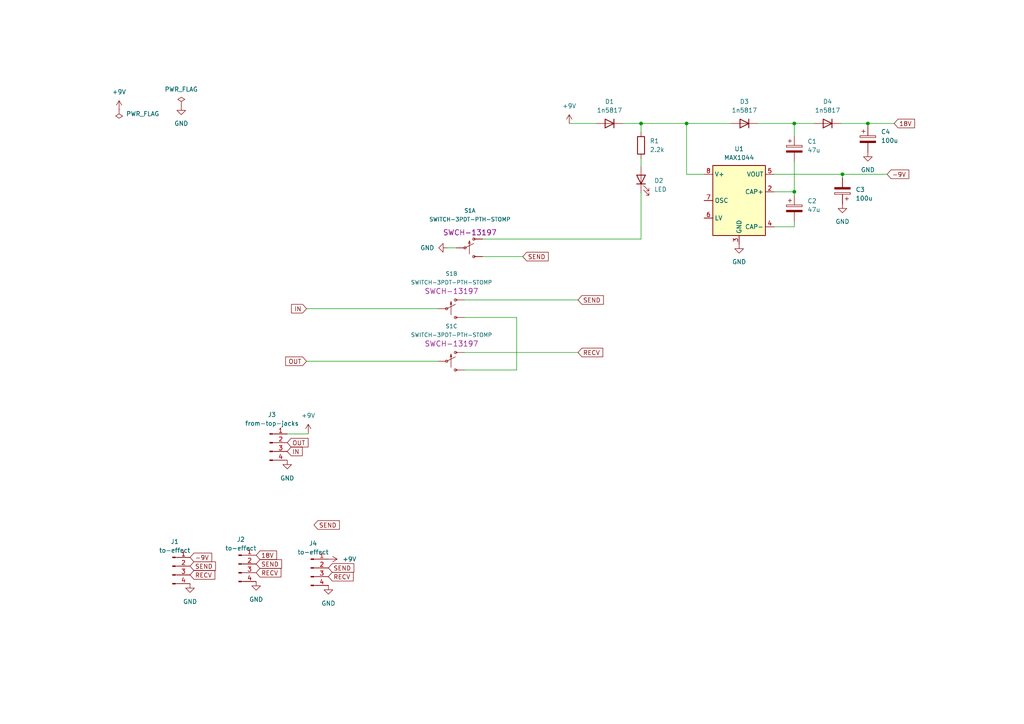
<source format=kicad_sch>
(kicad_sch (version 20230121) (generator eeschema)
  (paper "A4")
  (lib_symbols
    (symbol "Connector:Conn_01x04_Pin" (pin_names (offset 1.016) hide)
      (property "Reference" "J" (at 0 5.08 0))
      (property "Value" "Conn_01x04_Pin" (at 0 -7.62 0))
      (symbol "Conn_01x04_Pin_1_1"
        (polyline (pts (xy 1.27 -5.08) (xy 0.8636 -5.08)) (stroke (width 0.1524)))
        (polyline (pts (xy 1.27 -2.54) (xy 0.8636 -2.54)) (stroke (width 0.1524)))
        (polyline (pts (xy 1.27 0) (xy 0.8636 0)) (stroke (width 0.1524)))
        (polyline (pts (xy 1.27 2.54) (xy 0.8636 2.54)) (stroke (width 0.1524)))
        (rectangle (start 0.8636 -4.953) (end 0 -5.207) (stroke (width 0.1524)) (fill (type outline)))
        (rectangle (start 0.8636 -2.413) (end 0 -2.667) (stroke (width 0.1524)) (fill (type outline)))
        (rectangle (start 0.8636 0.127) (end 0 -0.127) (stroke (width 0.1524)) (fill (type outline)))
        (rectangle (start 0.8636 2.667) (end 0 2.413) (stroke (width 0.1524)) (fill (type outline)))
        (pin passive line (at 5.08 2.54 180) (length 3.81) (name "Pin_1") (number "1"))
        (pin passive line (at 5.08 0 180) (length 3.81) (name "Pin_2") (number "2"))
        (pin passive line (at 5.08 -2.54 180) (length 3.81) (name "Pin_3") (number "3"))
        (pin passive line (at 5.08 -5.08 180) (length 3.81) (name "Pin_4") (number "4"))
      )
    )
    (symbol "Device:C_Polarized" (pin_numbers hide) (pin_names (offset 0.254))
      (property "Reference" "C" (at 0.635 2.54 0))
      (property "Value" "C_Polarized" (at 0.635 -2.54 0))
      (symbol "C_Polarized_0_1"
        (rectangle (start -2.286 0.508) (end 2.286 1.016))
        (polyline (pts (xy -1.778 2.286) (xy -0.762 2.286)))
        (polyline (pts (xy -1.27 2.794) (xy -1.27 1.778)))
        (rectangle (start 2.286 -0.508) (end -2.286 -1.016) (fill (type outline)))
      )
      (symbol "C_Polarized_1_1"
        (pin passive line (at 0 3.81 270) (length 2.794) (name "~") (number "1"))
        (pin passive line (at 0 -3.81 90) (length 2.794) (name "~") (number "2"))
      )
    )
    (symbol "Device:D" (pin_numbers hide) (pin_names (offset 1.016) hide)
      (property "Reference" "D" (at 0 2.54 0))
      (property "Value" "D" (at 0 -2.54 0))
      (symbol "D_0_1"
        (polyline (pts (xy -1.27 1.27) (xy -1.27 -1.27)) (stroke (width 0.254)))
        (polyline (pts (xy 1.27 0) (xy -1.27 0)))
        (polyline (pts (xy 1.27 1.27) (xy 1.27 -1.27) (xy -1.27 0) (xy 1.27 1.27)) (stroke (width 0.254)))
      )
      (symbol "D_1_1"
        (pin passive line (at -3.81 0 0) (length 2.54) (name "K") (number "1"))
        (pin passive line (at 3.81 0 180) (length 2.54) (name "A") (number "2"))
      )
    )
    (symbol "Device:LED" (pin_numbers hide) (pin_names (offset 1.016) hide)
      (property "Reference" "D" (at 0 2.54 0))
      (property "Value" "LED" (at 0 -2.54 0))
      (symbol "LED_0_1"
        (polyline (pts (xy -1.27 -1.27) (xy -1.27 1.27)) (stroke (width 0.254)))
        (polyline (pts (xy -1.27 0) (xy 1.27 0)))
        (polyline (pts (xy 1.27 -1.27) (xy 1.27 1.27) (xy -1.27 0) (xy 1.27 -1.27)) (stroke (width 0.254)))
        (polyline (pts (xy -3.048 -0.762) (xy -4.572 -2.286) (xy -3.81 -2.286) (xy -4.572 -2.286) (xy -4.572 -1.524)))
        (polyline (pts (xy -1.778 -0.762) (xy -3.302 -2.286) (xy -2.54 -2.286) (xy -3.302 -2.286) (xy -3.302 -1.524)))
      )
      (symbol "LED_1_1"
        (pin passive line (at -3.81 0 0) (length 2.54) (name "K") (number "1"))
        (pin passive line (at 3.81 0 180) (length 2.54) (name "A") (number "2"))
      )
    )
    (symbol "Device:R" (pin_numbers hide) (pin_names (offset 0))
      (property "Reference" "R" (at 2.032 0 90))
      (property "Value" "R" (at 0 0 90))
      (symbol "R_0_1"
        (rectangle (start -1.016 -2.54) (end 1.016 2.54) (stroke (width 0.254)))
      )
      (symbol "R_1_1"
        (pin passive line (at 0 3.81 270) (length 1.27) (name "~") (number "1"))
        (pin passive line (at 0 -3.81 90) (length 1.27) (name "~") (number "2"))
      )
    )
    (symbol "Regulator_SwitchedCapacitor:MAX1044"
      (property "Reference" "U" (at -6.35 11.43 0))
      (property "Value" "MAX1044" (at 3.81 11.43 0))
      (symbol "MAX1044_0_1"
        (rectangle (start -7.62 10.16) (end 7.62 -10.16) (stroke (width 0.254)) (fill (type background)))
      )
      (symbol "MAX1044_1_1"
        (pin no_connect line (at -7.62 5.08 0) (length 2.54) hide (name "NC") (number "1"))
        (pin input line (at 10.16 2.54 180) (length 2.54) (name "CAP+") (number "2"))
        (pin power_in line (at 0 -12.7 90) (length 2.54) (name "GND") (number "3"))
        (pin input line (at 10.16 -7.62 180) (length 2.54) (name "CAP-") (number "4"))
        (pin power_out line (at 10.16 7.62 180) (length 2.54) (name "VOUT") (number "5"))
        (pin input line (at -10.16 -5.08 0) (length 2.54) (name "LV") (number "6"))
        (pin input line (at -10.16 0 0) (length 2.54) (name "OSC") (number "7"))
        (pin power_in line (at -10.16 7.62 0) (length 2.54) (name "V+") (number "8"))
      )
    )
    (symbol "power:+9V" (power) (pin_names (offset 0))
      (property "Value" "+9V" (at 0 3.556 0))
      (symbol "+9V_0_1"
        (polyline (pts (xy -0.762 1.27) (xy 0 2.54)))
        (polyline (pts (xy 0 0) (xy 0 2.54)))
        (polyline (pts (xy 0 2.54) (xy 0.762 1.27)))
      )
      (symbol "+9V_1_1"
        (pin power_in line (at 0 0 90) (length 0) hide (name "+9V") (number "1"))
      )
    )
    (symbol "power:GND" (power) (pin_names (offset 0))
      (property "Value" "GND" (at 0 -3.81 0))
      (symbol "GND_0_1"
        (polyline (pts (xy 0 0) (xy 0 -1.27) (xy 1.27 -1.27) (xy 0 -2.54) (xy -1.27 -1.27) (xy 0 -1.27)))
      )
      (symbol "GND_1_1"
        (pin power_in line (at 0 0 270) (length 0) hide (name "GND") (number "1"))
      )
    )
    (symbol "power:PWR_FLAG" (power) (pin_numbers hide) (pin_names (offset 0) hide)
      (property "Value" "PWR_FLAG" (at 0 3.81 0))
      (symbol "PWR_FLAG_0_0"
        (pin power_out line (at 0 0 90) (length 0) (name "pwr") (number "1"))
      )
      (symbol "PWR_FLAG_0_1"
        (polyline (pts (xy 0 0) (xy 0 1.27) (xy -1.016 1.905) (xy 0 2.54) (xy 1.016 1.905) (xy 0 1.27)))
      )
    )
    (symbol "sparkfun-switch:SWITCH-3PDT-PTH-STOMP" (pin_numbers hide) (pin_names (offset 1.016) hide)
      (property "Reference" "S" (at -5.08 3.81 0))
      (property "Value" "SWITCH-3PDT-PTH-STOMP" (at -5.08 -5.08 0))
      (property "Field4" "SWCH-13197" (at 0 7.62 0))
      (symbol "SWITCH-3PDT-PTH-STOMP_1_0"
        (polyline (pts (xy -2.54 0) (xy 0 1.27)))
        (polyline (pts (xy -1.27 -1.778) (xy -1.27 2.032)))
        (polyline (pts (xy 0 -2.54) (xy 0.635 -2.54)))
        (polyline (pts (xy 0 2.54) (xy 0.635 2.54)))
      )
      (symbol "SWITCH-3PDT-PTH-STOMP_1_1"
        (circle (center -2.54 0) (radius 0.3556))
        (circle (center 0 -2.54) (radius 0.3556))
        (polyline (pts (xy -1.27 2.032) (xy -1.524 1.27) (xy -1.016 1.27) (xy -1.27 2.032)) (fill (type background)))
        (circle (center 0 2.54) (radius 0.3556))
        (pin passive line (at 2.54 2.54 180) (length 2.54) (name "O") (number "P$1"))
        (pin passive line (at -5.08 0 0) (length 2.54) (name "P") (number "P$2"))
        (pin passive line (at 2.54 -2.54 180) (length 2.54) (name "S") (number "P$3"))
      )
      (symbol "SWITCH-3PDT-PTH-STOMP_2_0"
        (polyline (pts (xy -2.54 0) (xy 0 1.27)))
        (polyline (pts (xy -1.27 -1.778) (xy -1.27 2.032)))
        (polyline (pts (xy 0 -2.54) (xy 0.635 -2.54)))
        (polyline (pts (xy 0 2.54) (xy 0.635 2.54)))
      )
      (symbol "SWITCH-3PDT-PTH-STOMP_2_1"
        (circle (center -2.54 0) (radius 0.3556))
        (circle (center 0 -2.54) (radius 0.3556))
        (polyline (pts (xy -1.27 2.032) (xy -1.524 1.27) (xy -1.016 1.27) (xy -1.27 2.032)) (fill (type background)))
        (circle (center 0 2.54) (radius 0.3556))
        (pin passive line (at 2.54 2.54 180) (length 2.54) (name "O") (number "P$4"))
        (pin passive line (at -5.08 0 0) (length 2.54) (name "P") (number "P$5"))
        (pin passive line (at 2.54 -2.54 180) (length 2.54) (name "S") (number "P$6"))
      )
      (symbol "SWITCH-3PDT-PTH-STOMP_3_0"
        (polyline (pts (xy -2.54 0) (xy 0 1.27)))
        (polyline (pts (xy -1.27 -1.778) (xy -1.27 2.032)))
        (polyline (pts (xy 0 -2.54) (xy 0.635 -2.54)))
        (polyline (pts (xy 0 2.54) (xy 0.635 2.54)))
      )
      (symbol "SWITCH-3PDT-PTH-STOMP_3_1"
        (circle (center -2.54 0) (radius 0.3556))
        (circle (center 0 -2.54) (radius 0.3556))
        (polyline (pts (xy -1.27 2.032) (xy -1.524 1.27) (xy -1.016 1.27) (xy -1.27 2.032)) (fill (type background)))
        (circle (center 0 2.54) (radius 0.3556))
        (pin passive line (at 2.54 2.54 180) (length 2.54) (name "O") (number "P$7"))
        (pin passive line (at -5.08 0 0) (length 2.54) (name "P") (number "P$8"))
        (pin passive line (at 2.54 -2.54 180) (length 2.54) (name "S") (number "P$9"))
      )
    )
  )
  (junction (at 251.714 35.814))
  (junction (at 244.348 50.546))
  (junction (at 185.928 35.814))
  (junction (at 199.136 35.814))
  (junction (at 230.378 55.626))
  (junction (at 230.378 35.814))
  (wire (pts (xy 230.378 35.814) (xy 219.71 35.814)))
  (wire (pts (xy 180.594 35.814) (xy 185.928 35.814)))
  (wire (pts (xy 185.928 69.342) (xy 185.928 55.88)))
  (wire (pts (xy 129.794 71.882) (xy 132.334 71.882)))
  (wire (pts (xy 230.378 56.642) (xy 230.378 55.626)))
  (wire (pts (xy 83.312 125.857) (xy 89.408 125.857)))
  (wire (pts (xy 230.378 35.814) (xy 236.22 35.814)))
  (wire (pts (xy 139.954 69.342) (xy 185.928 69.342)))
  (wire (pts (xy 251.714 36.576) (xy 251.714 35.814)))
  (wire (pts (xy 134.62 102.235) (xy 167.64 102.235)))
  (wire (pts (xy 185.928 45.974) (xy 185.928 48.26)))
  (wire (pts (xy 199.136 35.814) (xy 199.136 50.546)))
  (wire (pts (xy 199.136 35.814) (xy 212.09 35.814)))
  (wire (pts (xy 149.86 92.075) (xy 149.86 107.315)))
  (wire (pts (xy 139.954 74.422) (xy 151.638 74.422)))
  (wire (pts (xy 185.928 35.814) (xy 185.928 38.354)))
  (wire (pts (xy 251.714 35.814) (xy 243.84 35.814)))
  (wire (pts (xy 88.9 104.775) (xy 127 104.775)))
  (wire (pts (xy 88.9 89.535) (xy 127 89.535)))
  (wire (pts (xy 230.378 46.99) (xy 230.378 55.626)))
  (wire (pts (xy 134.62 92.075) (xy 149.86 92.075)))
  (wire (pts (xy 165.1 35.814) (xy 172.974 35.814)))
  (wire (pts (xy 149.86 107.315) (xy 134.62 107.315)))
  (wire (pts (xy 224.536 65.786) (xy 230.378 65.786)))
  (wire (pts (xy 251.714 35.814) (xy 259.334 35.814)))
  (wire (pts (xy 244.348 50.546) (xy 244.348 51.562)))
  (wire (pts (xy 185.928 35.814) (xy 199.136 35.814)))
  (wire (pts (xy 199.136 50.546) (xy 204.216 50.546)))
  (wire (pts (xy 230.378 55.626) (xy 224.536 55.626)))
  (wire (pts (xy 134.62 86.995) (xy 167.64 86.995)))
  (wire (pts (xy 230.378 64.262) (xy 230.378 65.786)))
  (wire (pts (xy 244.348 50.546) (xy 257.302 50.546)))
  (wire (pts (xy 89.408 125.857) (xy 89.408 125.603)))
  (wire (pts (xy 224.536 50.546) (xy 244.348 50.546)))
  (wire (pts (xy 230.378 39.37) (xy 230.378 35.814)))
  (global_label "18V" (shape input) (at 259.334 35.814 0) (property "Intersheetrefs" "${INTERSHEET_REFS}" (effects hide)))
  (global_label "SEND" (shape input) (at 55.118 164.211 0) (property "Intersheetrefs" "${INTERSHEET_REFS}" (effects hide)))
  (global_label "SEND" (shape input) (at 167.64 86.995 0) (property "Intersheetrefs" "${INTERSHEET_REFS}" (effects hide)))
  (global_label "RECV" (shape input) (at 74.295 166.116 0) (property "Intersheetrefs" "${INTERSHEET_REFS}" (effects hide)))
  (global_label "SEND" (shape input) (at 151.638 74.422 0) (property "Intersheetrefs" "${INTERSHEET_REFS}" (effects hide)))
  (global_label "18V" (shape input) (at 74.295 161.036 0) (property "Intersheetrefs" "${INTERSHEET_REFS}" (effects hide)))
  (global_label "IN" (shape input) (at 83.312 130.937 0) (property "Intersheetrefs" "${INTERSHEET_REFS}" (effects hide)))
  (global_label "SEND" (shape input) (at 95.25 164.719 0) (property "Intersheetrefs" "${INTERSHEET_REFS}" (effects hide)))
  (global_label "-9V" (shape input) (at 257.302 50.546 0) (property "Intersheetrefs" "${INTERSHEET_REFS}" (effects hide)))
  (global_label "SEND" (shape input) (at 91.059 152.273 0) (property "Intersheetrefs" "${INTERSHEET_REFS}" (effects hide)))
  (global_label "RECV" (shape input) (at 95.25 167.259 0) (property "Intersheetrefs" "${INTERSHEET_REFS}" (effects hide)))
  (global_label "OUT" (shape input) (at 88.9 104.775 180) (property "Intersheetrefs" "${INTERSHEET_REFS}" (effects hide)))
  (global_label "-9V" (shape input) (at 55.118 161.671 0) (property "Intersheetrefs" "${INTERSHEET_REFS}" (effects hide)))
  (global_label "RECV" (shape input) (at 167.64 102.235 0) (property "Intersheetrefs" "${INTERSHEET_REFS}" (effects hide)))
  (global_label "RECV" (shape input) (at 55.118 166.751 0) (property "Intersheetrefs" "${INTERSHEET_REFS}" (effects hide)))
  (global_label "OUT" (shape input) (at 83.312 128.397 0) (property "Intersheetrefs" "${INTERSHEET_REFS}" (effects hide)))
  (global_label "IN" (shape input) (at 88.9 89.535 180) (property "Intersheetrefs" "${INTERSHEET_REFS}" (effects hide)))
  (global_label "SEND" (shape input) (at 74.295 163.576 0) (property "Intersheetrefs" "${INTERSHEET_REFS}" (effects hide)))
  (symbol (lib_id "power:PWR_FLAG") (at 52.578 30.734 0) (unit 1)
    (property "Reference" "#FLG0102" (effects hide))
    (property "Value" "PWR_FLAG" (at 52.578 25.908 0))
  )
  (symbol (lib_id "power:GND") (at 55.118 169.291 0) (unit 1)
    (property "Reference" "#PWR05" (effects hide))
    (property "Value" "GND" (at 55.118 174.498 0))
  )
  (symbol (lib_id "Connector:Conn_01x04_Pin") (at 69.215 163.576 0) (unit 1)
    (property "Reference" "J2" (at 69.85 156.464 0))
    (property "Value" "to-effect" (at 69.85 159.004 0))
    (property "Footprint" "Connector_PinHeader_2.54mm:PinHeader_1x04_P2.54mm_Vertical" (effects hide))
  )
  (symbol (lib_id "Device:R") (at 185.928 42.164 0) (unit 1)
    (property "Reference" "R1" (at 188.468 40.8939 0) (effects (justify left)))
    (property "Value" "2.2k" (at 188.468 43.4339 0) (effects (justify left)))
    (property "Footprint" "Resistor_THT:R_Axial_DIN0207_L6.3mm_D2.5mm_P10.16mm_Horizontal" (effects hide))
  )
  (symbol (lib_id "power:GND") (at 251.714 44.196 0) (unit 1)
    (property "Reference" "#PWR0102" (effects hide))
    (property "Value" "GND" (at 251.714 49.276 0))
  )
  (symbol (lib_id "Device:D") (at 240.03 35.814 180) (unit 1)
    (property "Reference" "D4" (at 240.03 29.464 0))
    (property "Value" "1n5817" (at 240.03 32.004 0))
    (property "Footprint" "Diode_THT:D_5W_P10.16mm_Horizontal" (effects hide))
  )
  (symbol (lib_id "Device:LED") (at 185.928 52.07 90) (unit 1)
    (property "Reference" "D2" (at 189.738 52.3874 90) (effects (justify right)))
    (property "Value" "LED" (at 189.738 54.9274 90) (effects (justify right)))
    (property "Footprint" "LED_THT:LED_D3.0mm" (effects hide))
  )
  (symbol (lib_id "Regulator_SwitchedCapacitor:MAX1044") (at 214.376 58.166 0) (unit 1)
    (property "Reference" "U1" (at 214.376 43.18 0))
    (property "Value" "MAX1044" (at 214.376 45.72 0))
    (property "Footprint" "Package_DIP:DIP-8_W7.62mm_LongPads" (effects hide))
  )
  (symbol (lib_id "power:GND") (at 95.25 169.799 0) (unit 1)
    (property "Reference" "#PWR07" (effects hide))
    (property "Value" "GND" (at 95.25 175.006 0))
  )
  (symbol (lib_id "power:GND") (at 83.312 133.477 0) (unit 1)
    (property "Reference" "#PWR03" (effects hide))
    (property "Value" "GND" (at 83.312 138.684 0))
  )
  (symbol (lib_id "power:+9V") (at 34.544 31.75 0) (unit 1)
    (property "Reference" "#PWR0105" (effects hide))
    (property "Value" "+9V" (at 34.544 26.67 0))
  )
  (symbol (lib_id "Connector:Conn_01x04_Pin") (at 90.17 164.719 0) (unit 1)
    (property "Reference" "J4" (at 90.805 157.607 0))
    (property "Value" "to-effect" (at 90.805 160.147 0))
    (property "Footprint" "Connector_PinHeader_2.54mm:PinHeader_1x04_P2.54mm_Vertical" (effects hide))
  )
  (symbol (lib_id "Device:C_Polarized") (at 251.714 40.386 0) (unit 1)
    (property "Reference" "C4" (at 255.524 38.2269 0) (effects (justify left)))
    (property "Value" "100u" (at 255.524 40.7669 0) (effects (justify left)))
    (property "Footprint" "Capacitor_THT:CP_Radial_D6.3mm_P2.50mm" (effects hide))
  )
  (symbol (lib_id "Device:C_Polarized") (at 230.378 43.18 0) (unit 1)
    (property "Reference" "C1" (at 234.188 41.0209 0) (effects (justify left)))
    (property "Value" "47u" (at 234.188 43.5609 0) (effects (justify left)))
    (property "Footprint" "Capacitor_THT:CP_Radial_D5.0mm_P2.00mm" (effects hide))
  )
  (symbol (lib_id "power:GND") (at 214.376 70.866 0) (unit 1)
    (property "Reference" "#PWR0103" (effects hide))
    (property "Value" "GND" (at 214.376 75.946 0))
  )
  (symbol (lib_id "sparkfun-switch:SWITCH-3PDT-PTH-STOMP") (at 137.414 71.882 0) (unit 1)
    (property "Reference" "S1" (at 136.2837 61.087 0) (effects (font (size 1.143 1.143))))
    (property "Value" "SWITCH-3PDT-PTH-STOMP" (at 136.2837 63.627 0) (effects (font (size 1.143 1.143))))
    (property "Footprint" "Switches:STOMP_SWITCH_3PDT" (effects hide))
    (property "Field4" "SWCH-13197" (at 136.2837 67.437 0) (effects (font (size 1.524 1.524))))
  )
  (symbol (lib_id "power:GND") (at 74.295 168.656 0) (unit 1)
    (property "Reference" "#PWR06" (effects hide))
    (property "Value" "GND" (at 74.295 173.863 0))
  )
  (symbol (lib_id "power:GND") (at 52.578 30.734 0) (unit 1)
    (property "Reference" "#PWR0104" (effects hide))
    (property "Value" "GND" (at 52.578 35.814 0))
  )
  (symbol (lib_id "Device:D") (at 176.784 35.814 180) (unit 1)
    (property "Reference" "D1" (at 176.784 29.464 0))
    (property "Value" "1n5817" (at 176.784 32.004 0))
    (property "Footprint" "Diode_THT:D_5W_P10.16mm_Horizontal" (effects hide))
  )
  (symbol (lib_id "Device:C_Polarized") (at 230.378 60.452 0) (unit 1)
    (property "Reference" "C2" (at 234.188 58.2929 0) (effects (justify left)))
    (property "Value" "47u" (at 234.188 60.8329 0) (effects (justify left)))
    (property "Footprint" "Capacitor_THT:CP_Radial_D5.0mm_P2.00mm" (effects hide))
  )
  (symbol (lib_id "Device:C_Polarized") (at 244.348 55.372 180) (unit 1)
    (property "Reference" "C3" (at 248.158 54.9909 0) (effects (justify right)))
    (property "Value" "100u" (at 248.158 57.5309 0) (effects (justify right)))
    (property "Footprint" "Capacitor_THT:CP_Radial_D6.3mm_P2.50mm" (effects hide))
  )
  (symbol (lib_id "Connector:Conn_01x04_Pin") (at 50.038 164.211 0) (unit 1)
    (property "Reference" "J1" (at 50.673 157.099 0))
    (property "Value" "to-effect" (at 50.673 159.639 0))
    (property "Footprint" "Connector_PinHeader_2.54mm:PinHeader_1x04_P2.54mm_Vertical" (effects hide))
  )
  (symbol (lib_id "sparkfun-switch:SWITCH-3PDT-PTH-STOMP") (at 132.08 89.535 0) (unit 2)
    (property "Reference" "S1" (at 130.9497 79.375 0) (effects (font (size 1.143 1.143))))
    (property "Value" "SWITCH-3PDT-PTH-STOMP" (at 130.9497 81.915 0) (effects (font (size 1.143 1.143))))
    (property "Footprint" "Switches:STOMP_SWITCH_3PDT" (effects hide))
    (property "Field4" "SWCH-13197" (at 130.9497 84.455 0) (effects (font (size 1.524 1.524))))
  )
  (symbol (lib_id "Device:D") (at 215.9 35.814 180) (unit 1)
    (property "Reference" "D3" (at 215.9 29.464 0))
    (property "Value" "1n5817" (at 215.9 32.004 0))
    (property "Footprint" "Diode_THT:D_5W_P10.16mm_Horizontal" (effects hide))
  )
  (symbol (lib_id "Connector:Conn_01x04_Pin") (at 78.232 128.397 0) (unit 1)
    (property "Reference" "J3" (at 78.867 120.269 0))
    (property "Value" "from-top-jacks" (at 78.867 122.809 0))
    (property "Footprint" "Connector_PinHeader_2.54mm:PinHeader_1x04_P2.54mm_Vertical" (effects hide))
  )
  (symbol (lib_id "power:GND") (at 129.794 71.882 270) (unit 1)
    (property "Reference" "#PWR02" (effects hide))
    (property "Value" "GND" (at 125.984 71.8819 90) (effects (justify right)))
  )
  (symbol (lib_id "sparkfun-switch:SWITCH-3PDT-PTH-STOMP") (at 132.08 104.775 0) (unit 3)
    (property "Reference" "S1" (at 130.9497 94.615 0) (effects (font (size 1.143 1.143))))
    (property "Value" "SWITCH-3PDT-PTH-STOMP" (at 130.9497 97.155 0) (effects (font (size 1.143 1.143))))
    (property "Footprint" "Switches:STOMP_SWITCH_3PDT" (effects hide))
    (property "Field4" "SWCH-13197" (at 130.9497 99.695 0) (effects (font (size 1.524 1.524))))
  )
  (symbol (lib_id "power:+9V") (at 165.1 35.814 0) (unit 1)
    (property "Reference" "#PWR01" (effects hide))
    (property "Value" "+9V" (at 165.1 30.734 0))
  )
  (symbol (lib_id "power:+9V") (at 95.25 162.179 270) (unit 1)
    (property "Reference" "#PWR09" (effects hide))
    (property "Value" "+9V" (at 99.314 162.179 90) (effects (justify left)))
  )
  (symbol (lib_id "power:GND") (at 244.348 59.182 0) (unit 1)
    (property "Reference" "#PWR0101" (effects hide))
    (property "Value" "GND" (at 244.348 64.262 0))
  )
  (symbol (lib_id "power:PWR_FLAG") (at 34.544 31.75 180) (unit 1)
    (property "Reference" "#FLG0101" (effects hide))
    (property "Value" "PWR_FLAG" (at 36.576 33.0199 0) (effects (justify right)))
  )
  (symbol (lib_id "power:+9V") (at 89.408 125.603 0) (unit 1)
    (property "Reference" "#PWR04" (effects hide))
    (property "Value" "+9V" (at 89.408 120.523 0))
  )
)
</source>
